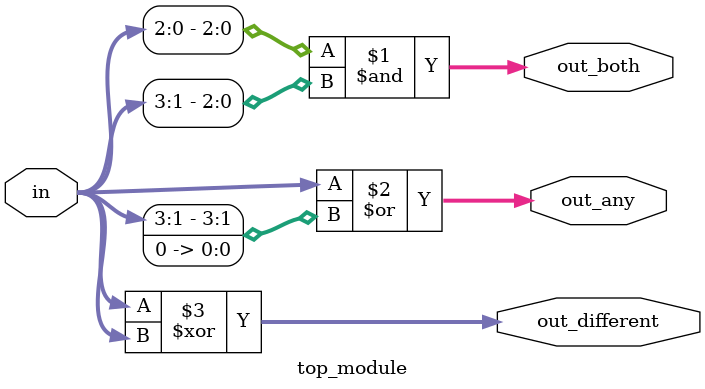
<source format=sv>
module top_module (
    input [3:0] in,
    output [2:0] out_both,
    output [3:0] out_any,
    output [3:0] out_different
);

    // Bitwise AND operation
    assign out_both = in[2:0] & in[3:1];

    // Bitwise OR operation
    assign out_any = in | {in[3:1], 1'b0};

    // Bitwise XOR operation
    assign out_different = in ^ {in[3:1], in[0]};
    
endmodule

</source>
